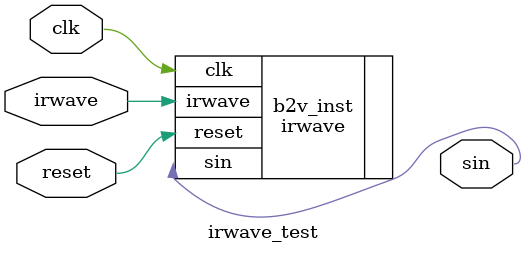
<source format=v>


module irwave_test(
	clk,
	irwave,
	reset,
	sin
);


input wire	clk;
input wire	irwave;
input wire	reset;
output wire	sin;






irwave	b2v_inst(
	.clk(clk),
	.irwave(irwave),
	.reset(reset),
	.sin(sin));


endmodule

</source>
